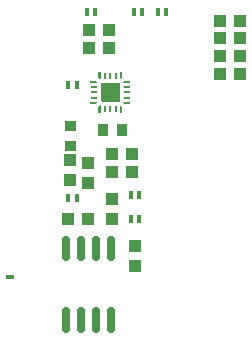
<source format=gtp>
G04 Layer: TopPasteMaskLayer*
G04 EasyEDA v6.3.22, 2020-01-24T05:25:20+01:00*
G04 ad8136d40ef74d3abd72c227764213de,1e61c1b39cbf46459d8771e8f21e6a9c,10*
G04 Gerber Generator version 0.2*
G04 Scale: 100 percent, Rotated: No, Reflected: No *
G04 Dimensions in millimeters *
G04 leading zeros omitted , absolute positions ,3 integer and 3 decimal *
%FSLAX33Y33*%
%MOMM*%
G90*
G71D02*

%ADD17C,0.699999*%
%ADD21R,0.399999X0.699999*%
%ADD22R,0.999998X1.100074*%
%ADD23R,1.100074X0.999998*%
%ADD24R,0.750062X0.299974*%
%ADD25R,0.899922X0.999998*%
%ADD26R,0.219989X0.599999*%
%ADD27R,0.599999X0.219989*%

%LPD*%
G54D17*
G01X32219Y21714D02*
G01X32219Y23214D01*
G01X33489Y21714D02*
G01X33489Y23214D01*
G01X34759Y21714D02*
G01X34759Y23214D01*
G01X36029Y21714D02*
G01X36029Y23214D01*
G01X32219Y27760D02*
G01X32219Y29260D01*
G01X33489Y27760D02*
G01X33489Y29260D01*
G01X34759Y27760D02*
G01X34759Y29260D01*
G01X36029Y27760D02*
G01X36029Y29260D01*
G54D21*
G01X33110Y32820D03*
G01X32410Y32820D03*
G36*
G01X33042Y39301D02*
G01X33042Y38438D01*
G01X32077Y38438D01*
G01X32077Y39301D01*
G01X33042Y39301D01*
G37*
G36*
G01X33042Y37602D02*
G01X33042Y36738D01*
G01X32077Y36738D01*
G01X32077Y37602D01*
G01X33042Y37602D01*
G37*
G54D22*
G01X34060Y35720D03*
G01X34060Y34020D03*
G01X36059Y32720D03*
G01X36059Y31020D03*
G01X38059Y28720D03*
G01X38059Y27020D03*
G01X32560Y34320D03*
G01X32560Y36020D03*
G54D23*
G01X32359Y31020D03*
G01X34060Y31020D03*
G54D21*
G01X37960Y48520D03*
G01X38660Y48520D03*
G01X40660Y48520D03*
G01X39960Y48520D03*
G54D23*
G01X45210Y43294D03*
G01X46910Y43294D03*
G01X45210Y44794D03*
G01X46910Y44794D03*
G01X45210Y46294D03*
G01X46910Y46294D03*
G01X45210Y47794D03*
G01X46910Y47794D03*
G01X37760Y35020D03*
G01X36059Y35020D03*
G01X37760Y36520D03*
G01X36059Y36520D03*
G01X34159Y45520D03*
G01X35859Y45520D03*
G01X34159Y47020D03*
G01X35859Y47020D03*
G54D21*
G01X37709Y33020D03*
G01X38409Y33020D03*
G01X38409Y31020D03*
G01X37709Y31020D03*
G01X34659Y48520D03*
G01X33959Y48520D03*
G01X33110Y42320D03*
G01X32410Y42320D03*
G54D24*
G01X27495Y26134D03*
G54D25*
G01X36960Y38520D03*
G01X35360Y38520D03*
G54D26*
G01X35509Y40320D03*
G01X35960Y40320D03*
G01X36409Y40320D03*
G54D27*
G01X37360Y41270D03*
G01X37360Y41720D03*
G01X37360Y42170D03*
G54D26*
G01X36409Y43120D03*
G01X35960Y43120D03*
G01X35509Y43120D03*
G54D27*
G01X34560Y42170D03*
G01X34560Y41720D03*
G01X34560Y41270D03*
G36*
G01X35340Y40945D02*
G01X35185Y41100D01*
G01X35185Y42495D01*
G01X36735Y42495D01*
G01X36735Y40945D01*
G01X35340Y40945D01*
G37*
G36*
G01X34949Y40020D02*
G01X34949Y40460D01*
G01X35109Y40620D01*
G01X35170Y40620D01*
G01X35170Y40020D01*
G01X34949Y40020D01*
G37*
G36*
G01X37659Y40709D02*
G01X37219Y40709D01*
G01X37059Y40869D01*
G01X37059Y40930D01*
G01X37659Y40930D01*
G01X37659Y40709D01*
G37*
G36*
G01X34260Y42731D02*
G01X34700Y42731D01*
G01X34860Y42571D01*
G01X34860Y42510D01*
G01X34260Y42510D01*
G01X34260Y42731D01*
G37*
G36*
G01X36970Y43420D02*
G01X36970Y42980D01*
G01X36810Y42820D01*
G01X36749Y42820D01*
G01X36749Y43420D01*
G01X36970Y43420D01*
G37*
G36*
G01X37659Y42731D02*
G01X37219Y42731D01*
G01X37059Y42571D01*
G01X37059Y42510D01*
G01X37659Y42510D01*
G01X37659Y42731D01*
G37*
G36*
G01X34949Y43420D02*
G01X34949Y42980D01*
G01X35109Y42820D01*
G01X35170Y42820D01*
G01X35170Y43420D01*
G01X34949Y43420D01*
G37*
G36*
G01X34260Y40709D02*
G01X34700Y40709D01*
G01X34860Y40869D01*
G01X34860Y40930D01*
G01X34260Y40930D01*
G01X34260Y40709D01*
G37*
G36*
G01X36970Y40020D02*
G01X36970Y40460D01*
G01X36810Y40620D01*
G01X36749Y40620D01*
G01X36749Y40020D01*
G01X36970Y40020D01*
G37*
M00*
M02*

</source>
